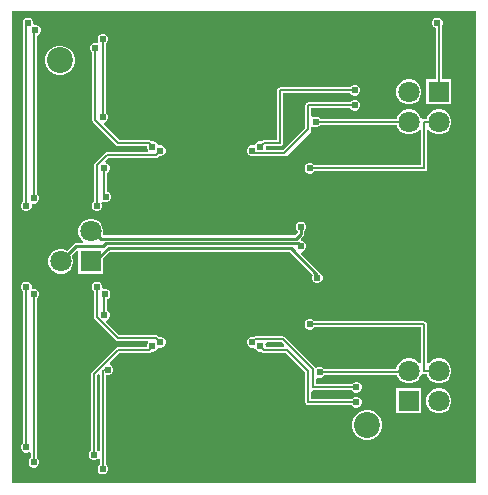
<source format=gbl>
G04*
G04 #@! TF.GenerationSoftware,Altium Limited,Altium Designer,24.4.1 (13)*
G04*
G04 Layer_Physical_Order=2*
G04 Layer_Color=16711680*
%FSLAX25Y25*%
%MOIN*%
G70*
G04*
G04 #@! TF.SameCoordinates,8584FE8A-8FE8-497F-BE15-97A27C2B3E29*
G04*
G04*
G04 #@! TF.FilePolarity,Positive*
G04*
G01*
G75*
%ADD34R,0.16000X0.07000*%
%ADD41C,0.01000*%
%ADD42C,0.00800*%
%ADD43C,0.08661*%
%ADD44C,0.07087*%
%ADD45R,0.07087X0.07087*%
%ADD46R,0.07087X0.07087*%
%ADD47C,0.02400*%
G36*
X156000Y1071D02*
X1071D01*
Y158429D01*
X156000D01*
Y1071D01*
D02*
G37*
%LPC*%
G36*
X31858Y150800D02*
X31142D01*
X30480Y150526D01*
X29974Y150020D01*
X29700Y149358D01*
Y148642D01*
X29867Y148239D01*
X29408Y147779D01*
X29358Y147800D01*
X28642D01*
X27980Y147526D01*
X27474Y147020D01*
X27200Y146358D01*
Y145642D01*
X27474Y144980D01*
X27980Y144474D01*
X27980Y144474D01*
Y122000D01*
X28058Y121610D01*
X28279Y121279D01*
X35779Y113779D01*
X36110Y113558D01*
X36500Y113480D01*
X46200D01*
Y112929D01*
X46474Y112267D01*
X46622Y112120D01*
X46373Y111520D01*
X33000D01*
X32610Y111442D01*
X32279Y111221D01*
X28779Y107721D01*
X28558Y107390D01*
X28480Y107000D01*
Y95026D01*
X28480Y95026D01*
X27974Y94520D01*
X27700Y93858D01*
Y93142D01*
X27974Y92480D01*
X28480Y91974D01*
X29142Y91700D01*
X29858D01*
X30520Y91974D01*
X31026Y92480D01*
X31300Y93142D01*
Y93858D01*
X31026Y94520D01*
X30969Y94576D01*
X30972Y94588D01*
X31074Y94676D01*
X31644Y94891D01*
X32089Y94706D01*
X32805D01*
X33467Y94980D01*
X33973Y95487D01*
X34247Y96148D01*
Y96864D01*
X33973Y97526D01*
X33467Y98032D01*
X33020Y98217D01*
Y104474D01*
X33020Y104474D01*
X33526Y104980D01*
X33800Y105642D01*
Y106358D01*
X33526Y107020D01*
X33020Y107526D01*
X32522Y107732D01*
X32296Y108354D01*
X33422Y109480D01*
X49253D01*
X49644Y109558D01*
X49974Y109779D01*
X50309Y110114D01*
X50309Y110114D01*
X51025D01*
X51687Y110388D01*
X52193Y110894D01*
X52467Y111556D01*
Y112272D01*
X52193Y112934D01*
X51687Y113440D01*
X51025Y113714D01*
X50309D01*
X49931Y113557D01*
X49800Y113645D01*
X49526Y114307D01*
X49020Y114813D01*
X48358Y115087D01*
X47642D01*
X47642Y115087D01*
X47508Y115221D01*
X47177Y115442D01*
X46787Y115520D01*
X36922D01*
X31796Y120646D01*
X32022Y121268D01*
X32520Y121474D01*
X33026Y121980D01*
X33300Y122642D01*
Y123358D01*
X33026Y124020D01*
X32520Y124526D01*
X32520Y124526D01*
Y147474D01*
X32520Y147474D01*
X33026Y147980D01*
X33300Y148642D01*
Y149358D01*
X33026Y150020D01*
X32520Y150526D01*
X31858Y150800D01*
D02*
G37*
G36*
X17759Y146931D02*
X16461D01*
X15207Y146595D01*
X14083Y145946D01*
X13165Y145027D01*
X12516Y143903D01*
X12179Y142649D01*
Y141351D01*
X12516Y140097D01*
X13165Y138972D01*
X14083Y138054D01*
X15207Y137405D01*
X16461Y137069D01*
X17759D01*
X19013Y137405D01*
X20138Y138054D01*
X21056Y138972D01*
X21705Y140097D01*
X22041Y141351D01*
Y142649D01*
X21705Y143903D01*
X21056Y145027D01*
X20138Y145946D01*
X19013Y146595D01*
X17759Y146931D01*
D02*
G37*
G36*
X115858Y133800D02*
X115142D01*
X114480Y133526D01*
X113974Y133020D01*
X113974Y133020D01*
X90500D01*
X90110Y132942D01*
X89779Y132721D01*
X89558Y132390D01*
X89480Y132000D01*
Y115520D01*
X85213D01*
X84823Y115442D01*
X84492Y115221D01*
X84358Y115087D01*
X84358Y115087D01*
X83642D01*
X82980Y114813D01*
X82474Y114307D01*
X82200Y113645D01*
X82069Y113557D01*
X81691Y113714D01*
X80975D01*
X80313Y113440D01*
X79807Y112934D01*
X79533Y112272D01*
Y111556D01*
X79807Y110894D01*
X80313Y110388D01*
X80975Y110114D01*
X81691D01*
X81741Y110135D01*
X81856Y110058D01*
X82247Y109980D01*
X92000D01*
X92390Y110058D01*
X92721Y110279D01*
X100721Y118279D01*
X100942Y118610D01*
X101020Y119000D01*
Y119651D01*
X101620Y119916D01*
X102142Y119700D01*
X102858D01*
X103520Y119974D01*
X104026Y120480D01*
X104026Y120480D01*
X129484D01*
X129639Y119901D01*
X130184Y118956D01*
X130956Y118184D01*
X131901Y117639D01*
X132955Y117357D01*
X134046D01*
X135099Y117639D01*
X136044Y118184D01*
X136816Y118956D01*
X136880Y119069D01*
X137480Y118908D01*
Y107020D01*
X102026D01*
X102026Y107020D01*
X101520Y107526D01*
X100858Y107800D01*
X100142D01*
X99480Y107526D01*
X98974Y107020D01*
X98700Y106358D01*
Y105642D01*
X98974Y104980D01*
X99480Y104474D01*
X100142Y104200D01*
X100858D01*
X101520Y104474D01*
X102026Y104980D01*
X102026Y104980D01*
X138500D01*
X138890Y105058D01*
X139221Y105279D01*
X139442Y105610D01*
X139520Y106000D01*
Y118908D01*
X140120Y119069D01*
X140184Y118956D01*
X140956Y118184D01*
X141901Y117639D01*
X142955Y117357D01*
X144045D01*
X145099Y117639D01*
X146044Y118184D01*
X146816Y118956D01*
X147361Y119901D01*
X147643Y120955D01*
Y122046D01*
X147361Y123099D01*
X146816Y124044D01*
X146044Y124815D01*
X145099Y125361D01*
X144045Y125643D01*
X142955D01*
X141901Y125361D01*
X140956Y124815D01*
X140184Y124044D01*
X139639Y123099D01*
X139484Y122520D01*
X138500D01*
X138110Y122442D01*
X137460Y122729D01*
X137361Y123099D01*
X136816Y124044D01*
X136044Y124815D01*
X135099Y125361D01*
X134046Y125643D01*
X132955D01*
X131901Y125361D01*
X130956Y124815D01*
X130184Y124044D01*
X129639Y123099D01*
X129484Y122520D01*
X104026D01*
X104026Y122520D01*
X103520Y123026D01*
X102858Y123300D01*
X102142D01*
X101620Y123084D01*
X101020Y123349D01*
Y125980D01*
X113974D01*
X113974Y125980D01*
X114480Y125474D01*
X115142Y125200D01*
X115858D01*
X116520Y125474D01*
X117026Y125980D01*
X117300Y126642D01*
Y127358D01*
X117026Y128020D01*
X116520Y128526D01*
X115858Y128800D01*
X115142D01*
X114480Y128526D01*
X113974Y128020D01*
X113974Y128020D01*
X100000D01*
X99610Y127942D01*
X99279Y127721D01*
X99058Y127390D01*
X98980Y127000D01*
Y119422D01*
X91578Y112020D01*
X86062D01*
X85672Y112620D01*
X85800Y112929D01*
Y113480D01*
X90500D01*
X90890Y113558D01*
X91221Y113779D01*
X91442Y114110D01*
X91520Y114500D01*
Y130980D01*
X113974D01*
X113974Y130980D01*
X114480Y130474D01*
X115142Y130200D01*
X115858D01*
X116520Y130474D01*
X117026Y130980D01*
X117300Y131642D01*
Y132358D01*
X117026Y133020D01*
X116520Y133526D01*
X115858Y133800D01*
D02*
G37*
G36*
X143358Y156300D02*
X142642D01*
X141980Y156026D01*
X141474Y155520D01*
X141200Y154858D01*
Y154142D01*
X141474Y153480D01*
X141980Y152974D01*
X142480Y152767D01*
Y135643D01*
X139357D01*
Y127357D01*
X147643D01*
Y135643D01*
X144520D01*
Y153474D01*
X144526Y153480D01*
X144800Y154142D01*
Y154858D01*
X144526Y155520D01*
X144020Y156026D01*
X143358Y156300D01*
D02*
G37*
G36*
X134046Y135643D02*
X132955D01*
X131901Y135361D01*
X130956Y134816D01*
X130184Y134044D01*
X129639Y133099D01*
X129357Y132045D01*
Y130955D01*
X129639Y129901D01*
X130184Y128956D01*
X130956Y128184D01*
X131901Y127639D01*
X132955Y127357D01*
X134046D01*
X135099Y127639D01*
X136044Y128184D01*
X136816Y128956D01*
X137361Y129901D01*
X137643Y130955D01*
Y132045D01*
X137361Y133099D01*
X136816Y134044D01*
X136044Y134816D01*
X135099Y135361D01*
X134046Y135643D01*
D02*
G37*
G36*
X6858Y156300D02*
X6142D01*
X5480Y156026D01*
X4974Y155520D01*
X4700Y154858D01*
Y154142D01*
X4974Y153480D01*
X4980Y153474D01*
Y95026D01*
X4980Y95026D01*
X4474Y94520D01*
X4200Y93858D01*
Y93142D01*
X4474Y92480D01*
X4980Y91974D01*
X5642Y91700D01*
X6358D01*
X7020Y91974D01*
X7526Y92480D01*
X7800Y93142D01*
Y93692D01*
X8004Y93996D01*
X8308Y94200D01*
X8858D01*
X9520Y94474D01*
X10026Y94980D01*
X10300Y95642D01*
Y96358D01*
X10026Y97020D01*
X9520Y97526D01*
X9520Y97526D01*
Y150267D01*
X10020Y150474D01*
X10526Y150980D01*
X10800Y151642D01*
Y152358D01*
X10526Y153020D01*
X10020Y153526D01*
X9358Y153800D01*
X8808D01*
X8504Y154004D01*
X8300Y154308D01*
Y154858D01*
X8026Y155520D01*
X7520Y156026D01*
X6858Y156300D01*
D02*
G37*
G36*
X28045Y89143D02*
X26954D01*
X25901Y88861D01*
X24956Y88315D01*
X24184Y87544D01*
X23639Y86599D01*
X23357Y85545D01*
Y84455D01*
X23639Y83401D01*
X24184Y82456D01*
X24919Y81722D01*
X24904Y81556D01*
X24731Y81122D01*
X22500D01*
X22500Y81122D01*
X22071Y81036D01*
X21707Y80793D01*
X21707Y80793D01*
X19527Y78614D01*
X19099Y78861D01*
X18045Y79143D01*
X16954D01*
X15901Y78861D01*
X14956Y78316D01*
X14185Y77544D01*
X13639Y76599D01*
X13357Y75546D01*
Y74454D01*
X13639Y73401D01*
X14185Y72456D01*
X14956Y71684D01*
X15901Y71139D01*
X16954Y70857D01*
X18045D01*
X19099Y71139D01*
X20044Y71684D01*
X20816Y72456D01*
X21361Y73401D01*
X21643Y74454D01*
Y75546D01*
X21361Y76599D01*
X21114Y77027D01*
X22757Y78671D01*
X23357Y78422D01*
Y70857D01*
X31643D01*
Y76057D01*
X33865Y78278D01*
X93635D01*
X101451Y70463D01*
X101200Y69858D01*
Y69142D01*
X101474Y68480D01*
X101980Y67974D01*
X102642Y67700D01*
X103358D01*
X104020Y67974D01*
X104526Y68480D01*
X104800Y69142D01*
Y69858D01*
X104526Y70520D01*
X104020Y71026D01*
X103953Y71053D01*
X103793Y71293D01*
X97486Y77600D01*
X97735Y78200D01*
X97858D01*
X98520Y78474D01*
X99026Y78980D01*
X99300Y79642D01*
Y80358D01*
X99026Y81020D01*
X98520Y81526D01*
X97858Y81800D01*
X97635D01*
X97386Y82400D01*
X98293Y83307D01*
X98536Y83671D01*
X98622Y84100D01*
X98622Y84100D01*
Y85076D01*
X99026Y85480D01*
X99300Y86142D01*
Y86858D01*
X99026Y87520D01*
X98520Y88026D01*
X97858Y88300D01*
X97142D01*
X96480Y88026D01*
X95974Y87520D01*
X95700Y86858D01*
Y86142D01*
X95974Y85480D01*
X96378Y85076D01*
Y84565D01*
X95535Y83722D01*
X31940D01*
X31574Y84198D01*
X31643Y84455D01*
Y85545D01*
X31361Y86599D01*
X30816Y87544D01*
X30044Y88315D01*
X29099Y88861D01*
X28045Y89143D01*
D02*
G37*
G36*
X29858Y68300D02*
X29142D01*
X28480Y68026D01*
X27974Y67520D01*
X27700Y66858D01*
Y66142D01*
X27974Y65480D01*
X28480Y64974D01*
X28480Y64974D01*
Y56500D01*
X28558Y56110D01*
X28779Y55779D01*
X35779Y48779D01*
X36110Y48558D01*
X36500Y48480D01*
X46373D01*
X46622Y47880D01*
X46474Y47733D01*
X46200Y47071D01*
Y46520D01*
X36500D01*
X36110Y46442D01*
X35779Y46221D01*
X27779Y38221D01*
X27558Y37890D01*
X27480Y37500D01*
Y12026D01*
X27480Y12026D01*
X26974Y11520D01*
X26700Y10858D01*
Y10142D01*
X26974Y9480D01*
X27480Y8974D01*
X28142Y8700D01*
X28858D01*
X29520Y8974D01*
X29880Y9335D01*
X30480Y9129D01*
Y7326D01*
X30480Y7326D01*
X29974Y6820D01*
X29700Y6158D01*
Y5442D01*
X29974Y4780D01*
X30480Y4274D01*
X31142Y4000D01*
X31858D01*
X32520Y4274D01*
X33026Y4780D01*
X33300Y5442D01*
Y6158D01*
X33026Y6820D01*
X32520Y7326D01*
X32520Y7326D01*
Y37025D01*
X32698Y37144D01*
X33414D01*
X34075Y37418D01*
X34582Y37925D01*
X34856Y38586D01*
Y39302D01*
X34582Y39964D01*
X34075Y40470D01*
X33853Y40562D01*
X33712Y41270D01*
X36922Y44480D01*
X46787D01*
X47177Y44558D01*
X47508Y44779D01*
X47642Y44913D01*
X47642Y44913D01*
X48358D01*
X49020Y45187D01*
X49526Y45693D01*
X49635Y45956D01*
X50309Y46286D01*
X51025D01*
X51687Y46560D01*
X52193Y47067D01*
X52467Y47728D01*
Y48444D01*
X52193Y49106D01*
X51687Y49612D01*
X51025Y49886D01*
X50309D01*
X50309Y49886D01*
X49974Y50221D01*
X49644Y50442D01*
X49253Y50520D01*
X36922D01*
X32656Y54786D01*
X32797Y55493D01*
X33020Y55585D01*
X33526Y56092D01*
X33800Y56753D01*
Y57469D01*
X33526Y58131D01*
X33020Y58637D01*
X33020Y58637D01*
Y62391D01*
X33220Y62474D01*
X33726Y62980D01*
X34000Y63642D01*
Y64358D01*
X33726Y65020D01*
X33220Y65526D01*
X32558Y65800D01*
X31842D01*
X31801Y65783D01*
X31543Y65968D01*
X31300Y66225D01*
Y66858D01*
X31026Y67520D01*
X30520Y68026D01*
X29858Y68300D01*
D02*
G37*
G36*
X100858Y55800D02*
X100142D01*
X99480Y55526D01*
X98974Y55020D01*
X98700Y54358D01*
Y53642D01*
X98974Y52980D01*
X99480Y52474D01*
X100142Y52200D01*
X100858D01*
X101520Y52474D01*
X102026Y52980D01*
X102026Y52980D01*
X137480D01*
Y41092D01*
X136880Y40931D01*
X136816Y41044D01*
X136044Y41816D01*
X135099Y42361D01*
X134046Y42643D01*
X132955D01*
X131901Y42361D01*
X130956Y41816D01*
X130184Y41044D01*
X129639Y40099D01*
X129357Y39046D01*
Y39020D01*
X105226D01*
X105226Y39020D01*
X104720Y39526D01*
X104058Y39800D01*
X103342D01*
X102680Y39526D01*
X102221Y39721D01*
X92221Y49721D01*
X91890Y49942D01*
X91500Y50020D01*
X82247D01*
X81856Y49942D01*
X81741Y49865D01*
X81691Y49886D01*
X80975D01*
X80313Y49612D01*
X79807Y49106D01*
X79533Y48444D01*
Y47728D01*
X79807Y47067D01*
X80313Y46560D01*
X80975Y46286D01*
X81691D01*
X82366Y45956D01*
X82474Y45693D01*
X82980Y45187D01*
X83642Y44913D01*
X84358D01*
X84358Y44913D01*
X84492Y44779D01*
X84823Y44558D01*
X85213Y44480D01*
X92578D01*
X98980Y38078D01*
Y28000D01*
X99058Y27610D01*
X99279Y27279D01*
X99610Y27058D01*
X100000Y26980D01*
X114474D01*
X114474Y26980D01*
X114980Y26474D01*
X115642Y26200D01*
X116358D01*
X117020Y26474D01*
X117526Y26980D01*
X117800Y27642D01*
Y28358D01*
X117526Y29020D01*
X117020Y29526D01*
X116358Y29800D01*
X115642D01*
X114980Y29526D01*
X114474Y29020D01*
X114474Y29020D01*
X101020D01*
Y31464D01*
X101500Y31980D01*
X114474D01*
X114474Y31980D01*
X114980Y31474D01*
X115642Y31200D01*
X116358D01*
X117020Y31474D01*
X117526Y31980D01*
X117800Y32642D01*
Y33358D01*
X117526Y34020D01*
X117020Y34526D01*
X116358Y34800D01*
X115642D01*
X114980Y34526D01*
X114474Y34020D01*
X114474Y34020D01*
X102520D01*
Y35891D01*
X103120Y36292D01*
X103342Y36200D01*
X104058D01*
X104720Y36474D01*
X105226Y36980D01*
X105226Y36980D01*
X129618D01*
X129639Y36901D01*
X130184Y35956D01*
X130956Y35184D01*
X131901Y34639D01*
X132955Y34357D01*
X134046D01*
X135099Y34639D01*
X136044Y35184D01*
X136816Y35956D01*
X137361Y36901D01*
X137460Y37271D01*
X138110Y37558D01*
X138500Y37480D01*
X139484D01*
X139639Y36901D01*
X140184Y35956D01*
X140956Y35184D01*
X141901Y34639D01*
X142955Y34357D01*
X144045D01*
X145099Y34639D01*
X146044Y35184D01*
X146816Y35956D01*
X147361Y36901D01*
X147643Y37955D01*
Y39046D01*
X147361Y40099D01*
X146816Y41044D01*
X146044Y41816D01*
X145099Y42361D01*
X144045Y42643D01*
X142955D01*
X141901Y42361D01*
X140956Y41816D01*
X140184Y41044D01*
X140120Y40931D01*
X139520Y41092D01*
Y54000D01*
X139442Y54390D01*
X139221Y54721D01*
X138890Y54942D01*
X138500Y55020D01*
X102026D01*
X102026Y55020D01*
X101520Y55526D01*
X100858Y55800D01*
D02*
G37*
G36*
X144045Y32643D02*
X142955D01*
X141901Y32361D01*
X140956Y31815D01*
X140184Y31044D01*
X139639Y30099D01*
X139357Y29046D01*
Y27955D01*
X139639Y26901D01*
X140184Y25956D01*
X140956Y25185D01*
X141901Y24639D01*
X142955Y24357D01*
X144045D01*
X145099Y24639D01*
X146044Y25185D01*
X146816Y25956D01*
X147361Y26901D01*
X147643Y27955D01*
Y29046D01*
X147361Y30099D01*
X146816Y31044D01*
X146044Y31815D01*
X145099Y32361D01*
X144045Y32643D01*
D02*
G37*
G36*
X137643D02*
X129357D01*
Y24357D01*
X137643D01*
Y32643D01*
D02*
G37*
G36*
X120259Y25431D02*
X118961D01*
X117707Y25095D01*
X116583Y24445D01*
X115665Y23528D01*
X115016Y22403D01*
X114680Y21149D01*
Y19851D01*
X115016Y18597D01*
X115665Y17472D01*
X116583Y16554D01*
X117707Y15905D01*
X118961Y15569D01*
X120259D01*
X121513Y15905D01*
X122638Y16554D01*
X123556Y17472D01*
X124205Y18597D01*
X124541Y19851D01*
Y21149D01*
X124205Y22403D01*
X123556Y23528D01*
X122638Y24445D01*
X121513Y25095D01*
X120259Y25431D01*
D02*
G37*
G36*
X6358Y68300D02*
X5642D01*
X4980Y68026D01*
X4474Y67520D01*
X4200Y66858D01*
Y66142D01*
X4474Y65480D01*
X4980Y64974D01*
X4980Y64974D01*
Y14526D01*
X4980Y14526D01*
X4474Y14020D01*
X4200Y13358D01*
Y12642D01*
X4474Y11980D01*
X4980Y11474D01*
X5642Y11200D01*
X6358D01*
X6880Y11416D01*
X7480Y11151D01*
Y9526D01*
X7480Y9526D01*
X6974Y9020D01*
X6700Y8358D01*
Y7642D01*
X6974Y6980D01*
X7480Y6474D01*
X8142Y6200D01*
X8858D01*
X9520Y6474D01*
X10026Y6980D01*
X10300Y7642D01*
Y8358D01*
X10026Y9020D01*
X9520Y9526D01*
X9520Y9526D01*
Y62474D01*
X9520Y62474D01*
X10026Y62980D01*
X10300Y63642D01*
Y64358D01*
X10026Y65020D01*
X9520Y65526D01*
X8858Y65800D01*
X8308D01*
X8004Y66004D01*
X7800Y66308D01*
Y66858D01*
X7526Y67520D01*
X7020Y68026D01*
X6358Y68300D01*
D02*
G37*
%LPD*%
G36*
X30480Y37255D02*
Y11950D01*
X29933Y11744D01*
X29520Y12086D01*
Y37078D01*
X29926Y37484D01*
X30480Y37255D01*
D02*
G37*
G36*
X91984Y47074D02*
X91755Y46520D01*
X85800D01*
Y47071D01*
X85672Y47380D01*
X86062Y47980D01*
X91078D01*
X91984Y47074D01*
D02*
G37*
D34*
X18500Y37500D02*
D03*
Y57500D02*
D03*
X18610Y102500D02*
D03*
Y122500D02*
D03*
X145480Y70000D02*
D03*
Y90000D02*
D03*
D41*
X103000Y69500D02*
Y70500D01*
X94100Y79400D02*
X103000Y70500D01*
X33400Y79400D02*
X94100D01*
X29000Y75000D02*
X33400Y79400D01*
X32500Y81000D02*
X96500D01*
X31500Y80000D02*
X32500Y81000D01*
X22500Y80000D02*
X31500D01*
X17500Y75000D02*
X22500Y80000D01*
X96500Y81000D02*
X97500Y80000D01*
X96000Y82600D02*
X97500Y84100D01*
X28500Y85000D02*
X30900Y82600D01*
X96000D01*
X27500Y75000D02*
X29000D01*
X97500Y84100D02*
Y86500D01*
X27500Y85000D02*
X28500D01*
D42*
X8500Y8000D02*
Y64000D01*
Y96000D02*
Y151500D01*
X31500Y38520D02*
X31924Y38944D01*
X33056D01*
X31500Y5800D02*
Y38520D01*
X28500Y10500D02*
Y37500D01*
X36500Y45500D01*
X46787D01*
X100000Y28000D02*
Y38500D01*
Y28000D02*
X116000D01*
X93000Y45500D02*
X100000Y38500D01*
X103700Y38000D02*
X133000D01*
X91500Y49000D02*
X101500Y39000D01*
Y33000D02*
X116000D01*
X101500D02*
Y39000D01*
X133000Y38000D02*
X133500Y38500D01*
X29500Y56500D02*
Y66500D01*
Y56500D02*
X36500Y49500D01*
X32000Y57111D02*
Y64000D01*
X32200D01*
X82247Y49000D02*
X91500D01*
X85213Y45500D02*
X93000D01*
X29500Y93500D02*
Y107000D01*
X33000Y110500D02*
X49253D01*
X29500Y107000D02*
X33000Y110500D01*
X32000Y96506D02*
Y106000D01*
Y96506D02*
X32447D01*
X92000Y111000D02*
X100000Y119000D01*
Y127000D01*
X115500D01*
X102500Y121500D02*
X133500D01*
X29000Y122000D02*
Y146000D01*
Y122000D02*
X36500Y114500D01*
X31500Y123000D02*
Y149000D01*
X90500Y132000D02*
X115500D01*
X143000Y154500D02*
X143500Y154000D01*
X6000Y93500D02*
Y154000D01*
X8500Y151500D02*
X9000Y152000D01*
X6000Y154000D02*
X6500Y154500D01*
X143500Y131500D02*
Y154000D01*
X6000Y13000D02*
Y66500D01*
X36500Y114500D02*
X46787D01*
X81333Y48086D02*
X82247Y49000D01*
X100500Y54000D02*
X138500D01*
Y38500D02*
Y54000D01*
Y38500D02*
X143500D01*
X83608Y46321D02*
X84000Y46713D01*
X85213Y45500D01*
X46787D02*
X48000Y46713D01*
X48392Y46321D01*
X49253Y49500D02*
X50667Y48086D01*
X36500Y49500D02*
X49253D01*
Y110500D02*
X50667Y111914D01*
X48000Y113287D02*
X48392Y113679D01*
X46787Y114500D02*
X48000Y113287D01*
X84000D02*
X85213Y114500D01*
X83608Y113679D02*
X84000Y113287D01*
X138500Y121500D02*
X143500D01*
X138500Y106000D02*
Y121500D01*
X100500Y106000D02*
X138500D01*
X82247Y111000D02*
X92000D01*
X90500Y114500D02*
Y132000D01*
X85213Y114500D02*
X90500D01*
X81333Y111914D02*
X82247Y111000D01*
D43*
X119610Y20500D02*
D03*
X17110Y142000D02*
D03*
D44*
X27500Y85000D02*
D03*
X17500D02*
D03*
Y75000D02*
D03*
X133500Y121500D02*
D03*
X143500D02*
D03*
Y111500D02*
D03*
X133500D02*
D03*
Y131500D02*
D03*
X143500Y28500D02*
D03*
Y48500D02*
D03*
X133500D02*
D03*
Y38500D02*
D03*
X143500D02*
D03*
D45*
X27500Y75000D02*
D03*
D46*
X143500Y131500D02*
D03*
X133500Y28500D02*
D03*
D47*
X121000Y79500D02*
D03*
X130428Y138768D02*
D03*
X127956Y134282D02*
D03*
X122956D02*
D03*
X117956D02*
D03*
X112956Y129281D02*
D03*
X107956Y124282D02*
D03*
X112956D02*
D03*
X117956D02*
D03*
X122956D02*
D03*
X127956D02*
D03*
X30519Y43624D02*
D03*
X26000Y40000D02*
D03*
X21000D02*
D03*
X16000D02*
D03*
X11000D02*
D03*
Y35000D02*
D03*
Y30000D02*
D03*
Y25000D02*
D03*
Y20000D02*
D03*
X14363Y15559D02*
D03*
X19363D02*
D03*
X24363D02*
D03*
X127465Y51209D02*
D03*
Y46209D02*
D03*
Y41209D02*
D03*
X124363Y35559D02*
D03*
X119362D02*
D03*
X114363D02*
D03*
X109362Y30559D02*
D03*
Y25559D02*
D03*
Y20559D02*
D03*
Y15559D02*
D03*
X104362D02*
D03*
X99362D02*
D03*
X94362D02*
D03*
X89363D02*
D03*
X84363D02*
D03*
X79362D02*
D03*
X74362D02*
D03*
X69362D02*
D03*
X64363D02*
D03*
X59363D02*
D03*
X54362D02*
D03*
X49362D02*
D03*
X44363D02*
D03*
X39362D02*
D03*
X34363D02*
D03*
X24675Y61594D02*
D03*
X19675D02*
D03*
X14675D02*
D03*
X11000Y60000D02*
D03*
Y55000D02*
D03*
X31500Y51000D02*
D03*
X28500Y53000D02*
D03*
X13500D02*
D03*
X23500D02*
D03*
X18500D02*
D03*
X25700Y100000D02*
D03*
X20700D02*
D03*
X15700D02*
D03*
X10700D02*
D03*
Y105000D02*
D03*
X18610Y107000D02*
D03*
X13610D02*
D03*
X23610D02*
D03*
X10700Y130000D02*
D03*
Y125000D02*
D03*
X31610Y116000D02*
D03*
X10700Y120000D02*
D03*
X23610Y118000D02*
D03*
X28610D02*
D03*
X13610D02*
D03*
X18610D02*
D03*
X149500Y56500D02*
D03*
X144500D02*
D03*
X139500D02*
D03*
X134500D02*
D03*
X15052Y133073D02*
D03*
X20052D02*
D03*
X25052Y138073D02*
D03*
Y148073D02*
D03*
X35052Y143073D02*
D03*
X40052D02*
D03*
X45052D02*
D03*
X50052D02*
D03*
X55052D02*
D03*
X60052D02*
D03*
X65052D02*
D03*
X75052D02*
D03*
X70052D02*
D03*
X80052D02*
D03*
X85052D02*
D03*
X90052D02*
D03*
X95052D02*
D03*
X100052D02*
D03*
X105052D02*
D03*
X110052D02*
D03*
X115052D02*
D03*
X120052D02*
D03*
X125052D02*
D03*
X130052D02*
D03*
X140696Y141491D02*
D03*
X137109Y137235D02*
D03*
X137000Y145500D02*
D03*
X149500Y103500D02*
D03*
X144500D02*
D03*
X139500D02*
D03*
X134500D02*
D03*
X129500D02*
D03*
Y56500D02*
D03*
X138413Y17978D02*
D03*
X129413Y19478D02*
D03*
X21413Y10478D02*
D03*
X149413Y156978D02*
D03*
X145402Y156795D02*
D03*
X139413Y156978D02*
D03*
X134413D02*
D03*
X129413D02*
D03*
X124413D02*
D03*
X119413D02*
D03*
X114413D02*
D03*
X109413D02*
D03*
X104413D02*
D03*
X99413D02*
D03*
X94413D02*
D03*
X89413D02*
D03*
X84413D02*
D03*
X79413D02*
D03*
X74413D02*
D03*
X69413D02*
D03*
X64413D02*
D03*
X59413D02*
D03*
X54413D02*
D03*
X49413D02*
D03*
X44413D02*
D03*
X39413D02*
D03*
X34413D02*
D03*
X29413D02*
D03*
X24413D02*
D03*
X19413D02*
D03*
X14413D02*
D03*
X9413D02*
D03*
X2867Y155543D02*
D03*
Y150543D02*
D03*
Y145543D02*
D03*
Y140543D02*
D03*
X2867Y135859D02*
D03*
X2867Y130543D02*
D03*
Y125543D02*
D03*
Y120543D02*
D03*
Y115543D02*
D03*
Y110543D02*
D03*
Y105543D02*
D03*
Y100543D02*
D03*
Y95543D02*
D03*
Y90543D02*
D03*
Y85011D02*
D03*
Y80543D02*
D03*
Y75543D02*
D03*
Y70543D02*
D03*
Y65543D02*
D03*
Y60543D02*
D03*
Y55543D02*
D03*
Y50543D02*
D03*
Y45543D02*
D03*
Y40543D02*
D03*
Y35543D02*
D03*
Y30543D02*
D03*
Y25543D02*
D03*
Y20543D02*
D03*
Y15543D02*
D03*
Y10543D02*
D03*
Y5543D02*
D03*
X5500Y3000D02*
D03*
X10500D02*
D03*
X15500D02*
D03*
X20500D02*
D03*
X25500D02*
D03*
X30339Y2850D02*
D03*
X35500Y3000D02*
D03*
X40500D02*
D03*
X45500D02*
D03*
X50500D02*
D03*
X55500D02*
D03*
X60500D02*
D03*
X65500D02*
D03*
X70500D02*
D03*
X75500D02*
D03*
X80500D02*
D03*
X85500D02*
D03*
X90500D02*
D03*
X95500D02*
D03*
X100500D02*
D03*
X105500D02*
D03*
X110500D02*
D03*
X115500D02*
D03*
X120500D02*
D03*
X125500D02*
D03*
X130500D02*
D03*
X135500D02*
D03*
X140500D02*
D03*
X145500D02*
D03*
X150500D02*
D03*
X154000Y98500D02*
D03*
Y4500D02*
D03*
Y59500D02*
D03*
Y123500D02*
D03*
Y29500D02*
D03*
Y49500D02*
D03*
Y118500D02*
D03*
Y24500D02*
D03*
Y103500D02*
D03*
Y128500D02*
D03*
Y108500D02*
D03*
Y69500D02*
D03*
Y138500D02*
D03*
Y88500D02*
D03*
Y143500D02*
D03*
Y39500D02*
D03*
Y148500D02*
D03*
Y153500D02*
D03*
Y34500D02*
D03*
Y9500D02*
D03*
Y19500D02*
D03*
Y133500D02*
D03*
Y54500D02*
D03*
Y64500D02*
D03*
Y44500D02*
D03*
Y113500D02*
D03*
Y14500D02*
D03*
Y93500D02*
D03*
X33056Y38944D02*
D03*
X28500Y10500D02*
D03*
X34700Y33000D02*
D03*
X34500Y36000D02*
D03*
X36100Y28500D02*
D03*
X41500Y36000D02*
D03*
X97500Y37500D02*
D03*
X103700Y38000D02*
D03*
X78500Y21500D02*
D03*
X73000D02*
D03*
X89000Y22500D02*
D03*
X93000Y25000D02*
D03*
X83500Y21500D02*
D03*
X68000Y20500D02*
D03*
X95900Y28500D02*
D03*
X97300Y33000D02*
D03*
X53500Y21500D02*
D03*
X59000D02*
D03*
X43000Y22500D02*
D03*
X39000Y25000D02*
D03*
X48500Y21500D02*
D03*
X64000Y20500D02*
D03*
X34500Y59000D02*
D03*
X34700Y62000D02*
D03*
X29500Y66500D02*
D03*
X32000Y57111D02*
D03*
X8500Y64000D02*
D03*
X32200D02*
D03*
X33500Y69500D02*
D03*
X41500Y59000D02*
D03*
X36100Y66500D02*
D03*
X64000Y74500D02*
D03*
X48500Y73500D02*
D03*
X39000Y70000D02*
D03*
X43000Y72500D02*
D03*
X59000Y73500D02*
D03*
X53500D02*
D03*
X78500D02*
D03*
X73000D02*
D03*
X97500Y57000D02*
D03*
X97300Y62000D02*
D03*
X95900Y66500D02*
D03*
X89000Y72500D02*
D03*
X93000Y70000D02*
D03*
X83500Y73500D02*
D03*
X68000Y74500D02*
D03*
X114000Y65500D02*
D03*
X103500D02*
D03*
X108000Y61000D02*
D03*
X111500D02*
D03*
X101000Y51000D02*
D03*
X106000D02*
D03*
X111000D02*
D03*
X117500Y56500D02*
D03*
Y61500D02*
D03*
Y66500D02*
D03*
X114500Y70000D02*
D03*
X105500Y96000D02*
D03*
X98000Y90000D02*
D03*
X102000Y96000D02*
D03*
X108500Y90000D02*
D03*
X111500Y87000D02*
D03*
X114500Y90000D02*
D03*
X117500Y93500D02*
D03*
Y98500D02*
D03*
Y103500D02*
D03*
X111000Y109000D02*
D03*
X106000D02*
D03*
X101000D02*
D03*
Y44000D02*
D03*
X106000D02*
D03*
X111000D02*
D03*
X116000Y45000D02*
D03*
X120000Y47500D02*
D03*
X124500Y56500D02*
D03*
Y66500D02*
D03*
Y61500D02*
D03*
X123000Y51500D02*
D03*
X127000Y70000D02*
D03*
X130000Y73500D02*
D03*
X132500Y77000D02*
D03*
X138000Y74200D02*
D03*
X143000D02*
D03*
X148000D02*
D03*
X153000D02*
D03*
Y85800D02*
D03*
X148000D02*
D03*
X143000D02*
D03*
X138000D02*
D03*
X132500Y83000D02*
D03*
X130000Y86500D02*
D03*
X127000Y90000D02*
D03*
X123000Y108500D02*
D03*
X124500Y98500D02*
D03*
Y93500D02*
D03*
Y103500D02*
D03*
X120000Y112500D02*
D03*
X116000Y115000D02*
D03*
X111000Y116000D02*
D03*
X106000D02*
D03*
X101000D02*
D03*
X87000Y38500D02*
D03*
X83000Y36000D02*
D03*
X68000Y33500D02*
D03*
X72500Y34000D02*
D03*
X79000D02*
D03*
X45000Y38500D02*
D03*
X49000Y36000D02*
D03*
X64000Y33500D02*
D03*
X59000Y34000D02*
D03*
X53000D02*
D03*
X87000Y56500D02*
D03*
X83000Y59000D02*
D03*
X68000Y61500D02*
D03*
X72500Y60500D02*
D03*
X79000Y61000D02*
D03*
X53000D02*
D03*
X59500Y60500D02*
D03*
X64000Y61500D02*
D03*
X49000Y59000D02*
D03*
X45000Y56500D02*
D03*
X41500Y54000D02*
D03*
X43500Y64500D02*
D03*
X49000Y66500D02*
D03*
X64000Y65500D02*
D03*
X54000Y66500D02*
D03*
X59000D02*
D03*
X73000D02*
D03*
X78000D02*
D03*
X68000Y65500D02*
D03*
X83000Y66500D02*
D03*
X88500Y64500D02*
D03*
X90500Y59000D02*
D03*
Y54000D02*
D03*
X100500D02*
D03*
X90500Y41000D02*
D03*
Y36000D02*
D03*
X88500Y30500D02*
D03*
X83000Y28500D02*
D03*
X68000Y29500D02*
D03*
X78000Y28500D02*
D03*
X73000D02*
D03*
X59000D02*
D03*
X54000D02*
D03*
X64000Y29500D02*
D03*
X49000Y28500D02*
D03*
X43500Y30500D02*
D03*
X41500Y41000D02*
D03*
X51000Y43000D02*
D03*
X56000Y42000D02*
D03*
X61000Y42800D02*
D03*
X66000D02*
D03*
X71000D02*
D03*
X76000Y42000D02*
D03*
X81000Y43000D02*
D03*
Y52000D02*
D03*
X76000Y53000D02*
D03*
X71000Y52200D02*
D03*
X66000D02*
D03*
X61000D02*
D03*
X56000Y53000D02*
D03*
X51000Y52000D02*
D03*
X73000Y88000D02*
D03*
X78000D02*
D03*
X83000Y88000D02*
D03*
X51000Y117000D02*
D03*
X56000Y118000D02*
D03*
X61000Y117200D02*
D03*
X66000D02*
D03*
X71000D02*
D03*
X76000Y118000D02*
D03*
X81000Y117000D02*
D03*
Y108000D02*
D03*
X76000Y107000D02*
D03*
X71000Y107800D02*
D03*
X66000D02*
D03*
X61000D02*
D03*
X56000Y107000D02*
D03*
X51000Y108000D02*
D03*
X32000Y106000D02*
D03*
X29500Y93500D02*
D03*
X32447Y96506D02*
D03*
X34500Y104000D02*
D03*
Y99000D02*
D03*
X41500Y106000D02*
D03*
Y101000D02*
D03*
X44000Y96500D02*
D03*
X49000Y95000D02*
D03*
X54000Y95000D02*
D03*
X59000D02*
D03*
X64000Y96000D02*
D03*
X68000D02*
D03*
X73000Y95700D02*
D03*
X78000D02*
D03*
X83000Y95000D02*
D03*
X88000Y96500D02*
D03*
X64000Y87000D02*
D03*
X59000Y88000D02*
D03*
X54000D02*
D03*
X49000D02*
D03*
X43500Y88700D02*
D03*
X39500Y91000D02*
D03*
X36500Y94500D02*
D03*
X97500Y104000D02*
D03*
X88500Y88700D02*
D03*
X68000Y87000D02*
D03*
X92500Y90500D02*
D03*
X97500Y99000D02*
D03*
X96000Y95500D02*
D03*
X88000Y101000D02*
D03*
Y104500D02*
D03*
X84000Y101504D02*
D03*
X68000Y99000D02*
D03*
X64000D02*
D03*
X79500Y100000D02*
D03*
X50000Y100500D02*
D03*
X45500Y103000D02*
D03*
X59000Y100000D02*
D03*
X72500D02*
D03*
Y125000D02*
D03*
X59000D02*
D03*
X45500Y122000D02*
D03*
X50000Y124500D02*
D03*
X79500Y125000D02*
D03*
X64000Y126000D02*
D03*
X68000D02*
D03*
X84000Y123496D02*
D03*
X88000Y120500D02*
D03*
Y124000D02*
D03*
X96000Y129500D02*
D03*
X97500Y126000D02*
D03*
X92500Y134500D02*
D03*
X102500Y121500D02*
D03*
X68000Y138000D02*
D03*
X73000Y137700D02*
D03*
X78000D02*
D03*
X83000Y137000D02*
D03*
X88500Y136300D02*
D03*
X97500Y121000D02*
D03*
X36500Y130500D02*
D03*
X34500Y126000D02*
D03*
Y121000D02*
D03*
X29000Y146000D02*
D03*
X31500Y123000D02*
D03*
Y149000D02*
D03*
X39500Y134000D02*
D03*
X43500Y136300D02*
D03*
X49000Y137000D02*
D03*
X54000Y137700D02*
D03*
X59000D02*
D03*
X64000Y138000D02*
D03*
X88000Y128500D02*
D03*
X83000Y130000D02*
D03*
X78000Y129300D02*
D03*
X73000D02*
D03*
X68000Y129000D02*
D03*
X64000D02*
D03*
X59000Y129300D02*
D03*
X54000D02*
D03*
X49000Y130000D02*
D03*
X44000Y128500D02*
D03*
X41500Y124000D02*
D03*
Y119000D02*
D03*
X116000Y28000D02*
D03*
Y33000D02*
D03*
X115500Y132000D02*
D03*
Y127000D02*
D03*
X143000Y154500D02*
D03*
X6500D02*
D03*
X9000Y152000D02*
D03*
X8500Y96000D02*
D03*
X6000Y13000D02*
D03*
X31500Y5800D02*
D03*
X8500Y8000D02*
D03*
X103000Y69500D02*
D03*
X97500Y86500D02*
D03*
Y80000D02*
D03*
X84000Y46713D02*
D03*
X81333Y48086D02*
D03*
X48000Y46713D02*
D03*
X50667Y48086D02*
D03*
X6000Y66500D02*
D03*
Y93500D02*
D03*
X50667Y111914D02*
D03*
X48000Y113287D02*
D03*
X100500Y106000D02*
D03*
X81333Y111914D02*
D03*
X84000Y113287D02*
D03*
M02*

</source>
